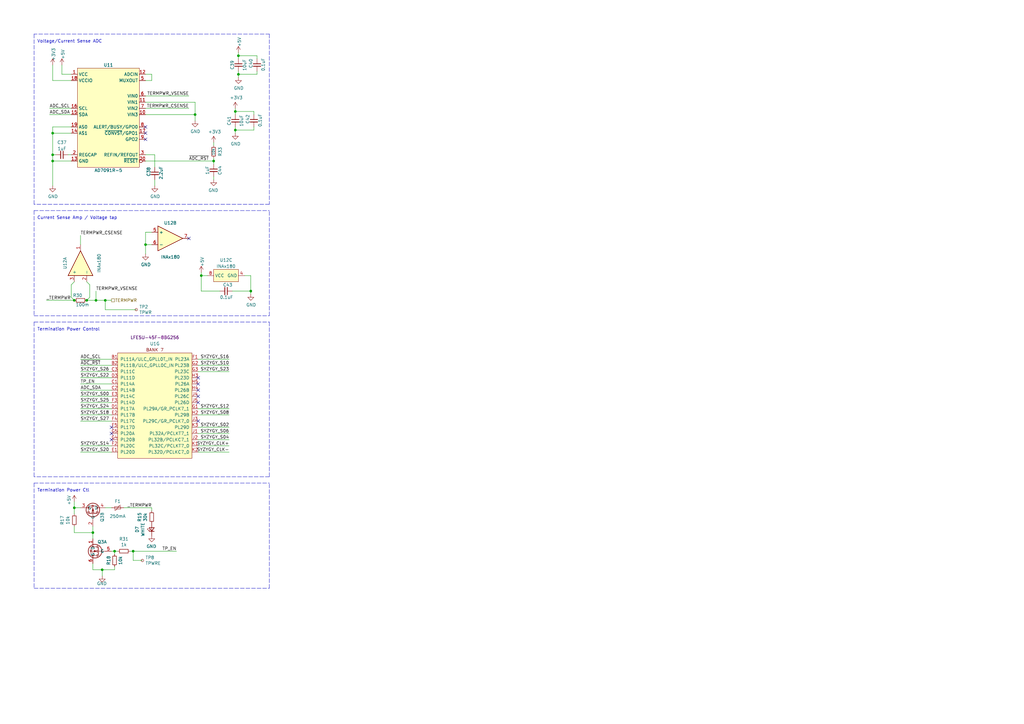
<source format=kicad_sch>
(kicad_sch (version 20211123) (generator eeschema)
  (paper "A3")
  (title_block (title "Squishy - Multitool - Termination Power / Expansion") (date "2021-12-21") (rev "2") (company "Shrine Maiden Heavy Industries") (comment 1 "License:  CERN-OHL-S") (comment 2 "© 2020 Aki 'lethalbit' Van Ness, et. al.") (comment 3 "SCSI PHY Termination power managment and expansion header") (comment 4 "Squishy - SCSI multitool and gateware library"))
  (lib_symbols
    (symbol "Connector:TestPoint_Small" (pin_numbers hide) (pin_names (offset 0.762) hide)
      (property "Reference" "TP" (at 0 3.81 0))
      (property "Value" "TestPoint_Small" (at 0 2.032 0))
      (symbol "TestPoint_Small_1_1"
        (pin passive line (at 0 0 90) (length 0) (name "1") (number "1"))
      )
    )
    (symbol "Device:C_Small" (pin_numbers hide) (pin_names (offset 0.254) hide)
      (property "Reference" "C" (at 0.254 1.778 0))
      (property "Value" "C_Small" (at 0.254 -2.032 0))
      (symbol "C_Small_1_1"
        (pin passive line (at 0 2.54 270) (length 2.032) (name "~") (number "1"))
        (pin passive line (at 0 -2.54 90) (length 2.032) (name "~") (number "2"))
      )
    )
    (symbol "Device:LED_Small" (pin_numbers hide) (pin_names (offset 0.254) hide)
      (property "Reference" "D" (at -1.27 3.175 0))
      (property "Value" "LED_Small" (at -4.445 -2.54 0))
      (symbol "LED_Small_1_1"
        (pin passive line (at -2.54 0 0) (length 1.778) (name "K") (number "1"))
        (pin passive line (at 2.54 0 180) (length 1.778) (name "A") (number "2"))
      )
    )
    (symbol "Device:Polyfuse_Small" (pin_numbers hide) (pin_names (offset 0))
      (property "Reference" "F" (at -1.905 0 90))
      (property "Value" "Polyfuse_Small" (at 1.905 0 90))
      (symbol "Polyfuse_Small_1_1"
        (pin passive line (at 0 2.54 270) (length 0.635) (name "~") (number "1"))
        (pin passive line (at 0 -2.54 90) (length 0.635) (name "~") (number "2"))
      )
    )
    (symbol "Device:R_Small" (pin_numbers hide) (pin_names (offset 0.254) hide)
      (property "Reference" "R" (at 0.762 0.508 0))
      (property "Value" "R_Small" (at 0.762 -1.016 0))
      (symbol "R_Small_1_1"
        (pin passive line (at 0 2.54 270) (length 0.762) (name "~") (number "1"))
        (pin passive line (at 0 -2.54 90) (length 0.762) (name "~") (number "2"))
      )
    )
    (symbol "lethalbit:AD7091R-5"
      (property "Reference" "U" (at 0 22.86 0))
      (property "Value" "AD7091R-5" (at 0 -20.32 0))
      (symbol "AD7091R-5_1_1"
        (pin power_in line (at -15.24 19.05 0) (length 2.54) (name "VCC") (number "1"))
        (pin input line (at 15.24 2.54 180) (length 2.54) (name "VIN3") (number "10"))
        (pin input line (at 15.24 7.62 180) (length 2.54) (name "VIN1") (number "11"))
        (pin input line (at 15.24 19.05 180) (length 2.54) (name "ADCIN") (number "12"))
        (pin power_in line (at -15.24 -16.51 0) (length 2.54) (name "GND") (number "13"))
        (pin passive line (at -15.24 -5.08 0) (length 2.54) (name "AS1") (number "14"))
        (pin bidirectional line (at -15.24 2.54 0) (length 2.54) (name "SDA") (number "15"))
        (pin input line (at -15.24 5.08 0) (length 2.54) (name "SCL") (number "16"))
        (pin passive line (at 15.24 -5.08 180) (length 2.54) (name "~{CONVST}/GPO1") (number "17"))
        (pin power_in line (at -15.24 16.51 0) (length 2.54) (name "VCCIO") (number "18"))
        (pin passive line (at -15.24 -2.54 0) (length 2.54) (name "AS0") (number "19"))
        (pin passive line (at -15.24 -13.97 0) (length 2.54) (name "REGCAP") (number "2"))
        (pin input inverted (at 15.24 -16.51 180) (length 2.54) (name "~{RESET}") (number "20"))
        (pin passive line (at -15.24 -16.51 0) (length 2.54) hide (name "GND") (number "21"))
        (pin bidirectional line (at 15.24 -13.97 180) (length 2.54) (name "REFIN/REFOUT") (number "3"))
        (pin passive line (at -15.24 -16.51 0) (length 2.54) hide (name "GND") (number "4"))
        (pin output line (at 15.24 16.51 180) (length 2.54) (name "MUXOUT") (number "5"))
        (pin input line (at 15.24 10.16 180) (length 2.54) (name "VIN0") (number "6"))
        (pin input line (at 15.24 5.08 180) (length 2.54) (name "VIN2") (number "7"))
        (pin passive line (at 15.24 -2.54 180) (length 2.54) (name "ALERT/BUSY/GPO0") (number "8"))
        (pin passive line (at 15.24 -7.62 180) (length 2.54) (name "GPO2") (number "9"))
      )
    )
    (symbol "lethalbit:INAx180"
      (property "Reference" "U" (at 0 6.35 0))
      (property "Value" "INAx180" (at 0 -7.62 0))
      (property "MPN" "INA2180A3IDSGR" (at 0 0 0))
      (symbol "INAx180_1_1"
        (pin output line (at 7.62 0 180) (length 2.54) (name "~") (number "1"))
        (pin input line (at -7.62 -2.54 0) (length 2.54) (name "-") (number "2"))
        (pin input line (at -7.62 2.54 0) (length 2.54) (name "+") (number "3"))
      )
      (symbol "INAx180_2_1"
        (pin input line (at -7.62 2.54 0) (length 2.54) (name "+") (number "5"))
        (pin input line (at -7.62 -2.54 0) (length 2.54) (name "-") (number "6"))
        (pin output line (at 7.62 0 180) (length 2.54) (name "~") (number "7"))
      )
      (symbol "INAx180_3_1"
        (pin power_in line (at 7.62 0 180) (length 2.54) (name "GND") (number "4"))
        (pin power_in line (at -7.62 0 0) (length 2.54) (name "VCC") (number "8"))
        (pin passive line (at 7.62 0 180) (length 2.54) hide (name "GND") (number "9"))
      )
    )
    (symbol "lethalbit:LFE5U-45F-8BG381" (pin_names (offset 1.016))
      (property "Reference" "U" (at 0 6.35 0))
      (property "Value" "LFE5U-45F-8BG381" (at 0 8.89 0))
      (property "MPN" "LFE5U-45F-8BG381" (at 0 8.89 0))
      (symbol "LFE5U-45F-8BG381_1_0"
        (text "PWR" (at 0 3.81 0) (effects (font (size 1.27 1.27))))
      )
      (symbol "LFE5U-45F-8BG381_1_1"
        (pin passive line (at -16.51 -15.24 0) (length 2.54) hide (name "GND") (number "A1"))
        (pin passive line (at -16.51 -15.24 0) (length 2.54) (name "GND") (number "A16"))
        (pin passive line (at -16.51 -15.24 0) (length 2.54) hide (name "GND") (number "D15"))
        (pin passive line (at -16.51 -15.24 0) (length 2.54) hide (name "GND") (number "D2"))
        (pin power_in line (at 15.24 -2.54 180) (length 2.54) (name "VCCIO1") (number "F10"))
        (pin passive line (at 15.24 -2.54 180) (length 2.54) hide (name "VCCIO1") (number "F11"))
        (pin power_in line (at 15.24 0 180) (length 2.54) (name "VCCIO0") (number "F6"))
        (pin passive line (at 15.24 0 180) (length 2.54) hide (name "VCCIO0") (number "F7"))
        (pin passive line (at -16.51 -15.24 0) (length 2.54) hide (name "GND") (number "F8"))
        (pin passive line (at -16.51 -15.24 0) (length 2.54) hide (name "GND") (number "F9"))
        (pin passive line (at -16.51 -15.24 0) (length 2.54) hide (name "GND") (number "G10"))
        (pin power_in line (at -16.51 -2.54 0) (length 2.54) (name "VCCAUX") (number "G11"))
        (pin passive line (at -16.51 0 0) (length 2.54) hide (name "VCC") (number "G6"))
        (pin passive line (at -16.51 0 0) (length 2.54) hide (name "VCC") (number "G7"))
        (pin passive line (at -16.51 -15.24 0) (length 2.54) hide (name "GND") (number "G8"))
        (pin passive line (at -16.51 0 0) (length 2.54) hide (name "VCC") (number "G9"))
        (pin passive line (at -16.51 -15.24 0) (length 2.54) hide (name "GND") (number "H1"))
        (pin passive line (at -16.51 -15.24 0) (length 2.54) hide (name "GND") (number "H10"))
        (pin power_in line (at 15.24 -5.08 180) (length 2.54) (name "VCCIO2") (number "H11"))
        (pin passive line (at -16.51 -15.24 0) (length 2.54) hide (name "GND") (number "H16"))
        (pin passive line (at 15.24 -12.7 180) (length 2.54) hide (name "VCCIO7") (number "H6"))
        (pin power_in line (at 15.24 -12.7 180) (length 2.54) (name "VCCIO7") (number "H7"))
        (pin passive line (at -16.51 -15.24 0) (length 2.54) hide (name "GND") (number "H8"))
        (pin passive line (at -16.51 -15.24 0) (length 2.54) hide (name "GND") (number "H9"))
        (pin passive line (at -16.51 -15.24 0) (length 2.54) hide (name "GND") (number "J10"))
        (pin passive line (at 15.24 -5.08 180) (length 2.54) hide (name "VCCIO2") (number "J11"))
        (pin passive line (at 15.24 -10.16 180) (length 2.54) hide (name "VCCIO6") (number "J6"))
        (pin power_in line (at 15.24 -10.16 180) (length 2.54) (name "VCCIO6") (number "J7"))
        (pin passive line (at -16.51 -15.24 0) (length 2.54) hide (name "GND") (number "J8"))
        (pin passive line (at -16.51 -15.24 0) (length 2.54) hide (name "GND") (number "J9"))
        (pin passive line (at -16.51 -15.24 0) (length 2.54) hide (name "GND") (number "K10"))
        (pin power_in line (at 15.24 -7.62 180) (length 2.54) (name "VCCIO3") (number "K11"))
        (pin passive line (at -16.51 -15.24 0) (length 2.54) hide (name "GND") (number "K6"))
        (pin passive line (at -16.51 -15.24 0) (length 2.54) hide (name "GND") (number "K7"))
        (pin passive line (at -16.51 -15.24 0) (length 2.54) hide (name "GND") (number "K8"))
        (pin passive line (at -16.51 -15.24 0) (length 2.54) hide (name "GND") (number "K9"))
        (pin power_in line (at -16.51 0 0) (length 2.54) (name "VCC") (number "L10"))
        (pin passive line (at 15.24 -7.62 180) (length 2.54) hide (name "VCCIO3") (number "L11"))
        (pin power_in line (at 15.24 -15.24 180) (length 2.54) (name "VCCIO8") (number "L6"))
        (pin passive line (at -16.51 -2.54 0) (length 2.54) hide (name "VCCAUX") (number "L7"))
        (pin passive line (at -16.51 0 0) (length 2.54) hide (name "VCC") (number "L8"))
        (pin passive line (at -16.51 0 0) (length 2.54) hide (name "VCC") (number "L9"))
        (pin passive line (at -16.51 -15.24 0) (length 2.54) hide (name "GND") (number "N15"))
        (pin passive line (at -16.51 -15.24 0) (length 2.54) hide (name "GND") (number "N2"))
        (pin passive line (at -16.51 -15.24 0) (length 2.54) hide (name "GND") (number "T1"))
        (pin passive line (at -16.51 -15.24 0) (length 2.54) hide (name "GND") (number "T12"))
        (pin passive line (at -16.51 -15.24 0) (length 2.54) hide (name "GND") (number "T16"))
        (pin passive line (at -16.51 -15.24 0) (length 2.54) hide (name "GND") (number "T5"))
      )
      (symbol "LFE5U-45F-8BG381_2_0"
        (text "BANK 0" (at 0 3.81 0) (effects (font (size 1.27 1.27))))
      )
      (symbol "LFE5U-45F-8BG381_2_1"
        (pin bidirectional line (at 17.78 -20.32 180) (length 2.54) (name "PT4A/ULC_GPLL1T_IN") (number "A2"))
        (pin bidirectional line (at 17.78 -25.4 180) (length 2.54) (name "PT6A") (number "A3"))
        (pin bidirectional line (at 17.78 -27.94 180) (length 2.54) (name "PT6B") (number "A4"))
        (pin bidirectional line (at -17.78 -20.32 0) (length 2.54) (name "PT18A") (number "A5"))
        (pin bidirectional line (at -17.78 -22.86 0) (length 2.54) (name "PT18B") (number "A6"))
        (pin bidirectional line (at -17.78 -5.08 0) (length 2.54) (name "PT38A/PCLKT0_0") (number "A7"))
        (pin bidirectional line (at -17.78 -7.62 0) (length 2.54) (name "PT38B/PCLKC0_0") (number "A8"))
        (pin bidirectional line (at 17.78 -22.86 180) (length 2.54) (name "PT4B/ULC_GPLL1C_IN") (number "B3"))
        (pin bidirectional line (at 17.78 -17.78 180) (length 2.54) (name "PT11B") (number "B4"))
        (pin bidirectional line (at 17.78 -7.62 180) (length 2.54) (name "PT15B") (number "B5"))
        (pin bidirectional line (at -17.78 -12.7 0) (length 2.54) (name "PT31B") (number "B6"))
        (pin bidirectional line (at -17.78 -2.54 0) (length 2.54) (name "PT36B/PCLKC0_1") (number "B7"))
        (pin bidirectional line (at 17.78 -15.24 180) (length 2.54) (name "PT11A") (number "C4"))
        (pin bidirectional line (at 17.78 -5.08 180) (length 2.54) (name "PT15A") (number "C5"))
        (pin bidirectional line (at -17.78 -10.16 0) (length 2.54) (name "PT31A") (number "C6"))
        (pin bidirectional line (at -17.78 0 0) (length 2.54) (name "PT36A/PCLKT0_1") (number "C7"))
        (pin bidirectional line (at 17.78 -12.7 180) (length 2.54) (name "PT9B") (number "D4"))
        (pin bidirectional line (at 17.78 -2.54 180) (length 2.54) (name "PT13B") (number "D5"))
        (pin bidirectional line (at -17.78 -27.94 0) (length 2.54) (name "PT20B") (number "D6"))
        (pin bidirectional line (at -17.78 -17.78 0) (length 2.54) (name "PT33B/GR_PCLK0_0") (number "D7"))
        (pin bidirectional line (at 17.78 -10.16 180) (length 2.54) (name "PT9A") (number "E4"))
        (pin bidirectional line (at 17.78 0 180) (length 2.54) (name "PT13A") (number "E5"))
        (pin bidirectional line (at -17.78 -25.4 0) (length 2.54) (name "PT20A") (number "E6"))
        (pin bidirectional line (at -17.78 -15.24 0) (length 2.54) (name "PT33A/GR_PCLK0_1") (number "E7"))
      )
      (symbol "LFE5U-45F-8BG381_3_0"
        (text "BANK 1" (at 0 3.81 0) (effects (font (size 1.27 1.27))))
      )
      (symbol "LFE5U-45F-8BG381_3_1"
        (pin bidirectional line (at 19.05 -12.7 180) (length 2.54) (name "PT51B") (number "A10"))
        (pin bidirectional line (at -19.05 -35.56 0) (length 2.54) (name "PT71A") (number "A11"))
        (pin bidirectional line (at -19.05 -38.1 0) (length 2.54) (name "PT71B") (number "A12"))
        (pin bidirectional line (at -19.05 0 0) (length 2.54) (name "PT83A") (number "A13"))
        (pin bidirectional line (at -19.05 -2.54 0) (length 2.54) (name "PT83B") (number "A14"))
        (pin bidirectional line (at -19.05 -7.62 0) (length 2.54) (name "PT85B/URC_GPLL1C_IN") (number "A15"))
        (pin bidirectional line (at 19.05 -10.16 180) (length 2.54) (name "PT51A") (number "A9"))
        (pin bidirectional line (at 19.05 -15.24 180) (length 2.54) (name "PT53A") (number "B10"))
        (pin bidirectional line (at 19.05 -5.08 180) (length 2.54) (name "PT58A") (number "B11"))
        (pin bidirectional line (at -19.05 -20.32 0) (length 2.54) (name "PT74A") (number "B12"))
        (pin bidirectional line (at -19.05 -10.16 0) (length 2.54) (name "PT78A") (number "B13"))
        (pin bidirectional line (at -19.05 -5.08 0) (length 2.54) (name "PT85A/URC_GPLL1T_IN") (number "B14"))
        (pin bidirectional line (at 19.05 -38.1 180) (length 2.54) (name "PT44B/PCLKC1_0") (number "B8"))
        (pin bidirectional line (at 19.05 -20.32 180) (length 2.54) (name "PT47A/GR_PCLK1_0") (number "B9"))
        (pin bidirectional line (at 19.05 -17.78 180) (length 2.54) (name "PT53B") (number "C10"))
        (pin bidirectional line (at 19.05 -7.62 180) (length 2.54) (name "PT58B") (number "C11"))
        (pin bidirectional line (at -19.05 -22.86 0) (length 2.54) (name "PT74B") (number "C12"))
        (pin bidirectional line (at -19.05 -12.7 0) (length 2.54) (name "PT78B") (number "C13"))
        (pin bidirectional line (at 19.05 -35.56 180) (length 2.54) (name "PT44A/PCLKT1_0") (number "C8"))
        (pin bidirectional line (at 19.05 -22.86 180) (length 2.54) (name "PT47B/GR_PCLK1_1") (number "C9"))
        (pin bidirectional line (at 19.05 0 180) (length 2.54) (name "PT56A") (number "D10"))
        (pin bidirectional line (at -19.05 -30.48 0) (length 2.54) (name "PT69A") (number "D11"))
        (pin bidirectional line (at -19.05 -25.4 0) (length 2.54) (name "PT76A") (number "D12"))
        (pin bidirectional line (at -19.05 -15.24 0) (length 2.54) (name "PT80A") (number "D13"))
        (pin bidirectional line (at 19.05 -33.02 180) (length 2.54) (name "PT42B/PCLKC1_1") (number "D8"))
        (pin bidirectional line (at 19.05 -25.4 180) (length 2.54) (name "PT49A") (number "D9"))
        (pin bidirectional line (at 19.05 -2.54 180) (length 2.54) (name "PT56B") (number "E10"))
        (pin bidirectional line (at -19.05 -33.02 0) (length 2.54) (name "PT69B") (number "E11"))
        (pin bidirectional line (at -19.05 -27.94 0) (length 2.54) (name "PT76B") (number "E12"))
        (pin bidirectional line (at -19.05 -17.78 0) (length 2.54) (name "PT80B") (number "E13"))
        (pin bidirectional line (at 19.05 -30.48 180) (length 2.54) (name "PT42A/PCLKT1_1") (number "E8"))
        (pin bidirectional line (at 19.05 -27.94 180) (length 2.54) (name "PT49B") (number "E9"))
      )
      (symbol "LFE5U-45F-8BG381_4_0"
        (text "BANK 2" (at 0 3.81 0) (effects (font (size 1.27 1.27))))
      )
      (symbol "LFE5U-45F-8BG381_4_1"
        (pin bidirectional line (at 19.05 -35.56 180) (length 2.54) (name "PR11B/URC_GPLL0C_IN") (number "B15"))
        (pin bidirectional line (at 19.05 -30.48 180) (length 2.54) (name "PR11A/URC_GPLL0T_IN") (number "B16"))
        (pin bidirectional line (at 19.05 -33.02 180) (length 2.54) (name "PR11C") (number "C14"))
        (pin bidirectional line (at 19.05 -22.86 180) (length 2.54) (name "PR14B") (number "C15"))
        (pin bidirectional line (at 19.05 -20.32 180) (length 2.54) (name "PR14A") (number "C16"))
        (pin bidirectional line (at 19.05 -38.1 180) (length 2.54) (name "PR11D") (number "D14"))
        (pin bidirectional line (at 19.05 -10.16 180) (length 2.54) (name "PR17A") (number "D16"))
        (pin bidirectional line (at 19.05 -25.4 180) (length 2.54) (name "PR14C") (number "E14"))
        (pin bidirectional line (at 19.05 -12.7 180) (length 2.54) (name "PR17B") (number "E15"))
        (pin bidirectional line (at 19.05 -7.62 180) (length 2.54) (name "PR20D") (number "E16"))
        (pin bidirectional line (at 19.05 -17.78 180) (length 2.54) (name "PR17D") (number "F12"))
        (pin bidirectional line (at 19.05 -15.24 180) (length 2.54) (name "PR17C") (number "F13"))
        (pin bidirectional line (at 19.05 -27.94 180) (length 2.54) (name "PR14D") (number "F14"))
        (pin bidirectional line (at 19.05 -5.08 180) (length 2.54) (name "PR20C") (number "F15"))
        (pin bidirectional line (at -19.05 -30.48 0) (length 2.54) (name "PR23A") (number "F16"))
        (pin bidirectional line (at 19.05 0 180) (length 2.54) (name "PR20A") (number "G12"))
        (pin bidirectional line (at 19.05 -2.54 180) (length 2.54) (name "PR20B") (number "G13"))
        (pin bidirectional line (at -19.05 -35.56 0) (length 2.54) (name "PR23C") (number "G14"))
        (pin bidirectional line (at -19.05 -33.02 0) (length 2.54) (name "PR23B") (number "G15"))
        (pin bidirectional line (at -19.05 -10.16 0) (length 2.54) (name "PR29A/GR_PCLK2_1") (number "G16"))
        (pin bidirectional line (at -19.05 -20.32 0) (length 2.54) (name "PR26A") (number "H12"))
        (pin bidirectional line (at -19.05 -22.86 0) (length 2.54) (name "PR26B") (number "H13"))
        (pin bidirectional line (at -19.05 -38.1 0) (length 2.54) (name "PR23D") (number "H14"))
        (pin bidirectional line (at -19.05 -12.7 0) (length 2.54) (name "PR29B") (number "H15"))
        (pin bidirectional line (at -19.05 -27.94 0) (length 2.54) (name "PR26D") (number "J12"))
        (pin bidirectional line (at -19.05 -25.4 0) (length 2.54) (name "PR26C") (number "J13"))
        (pin bidirectional line (at -19.05 -15.24 0) (length 2.54) (name "PR29C/GR_PCLK2_0") (number "J14"))
        (pin bidirectional line (at -19.05 -2.54 0) (length 2.54) (name "PR32B/PCLKC2_1") (number "J15"))
        (pin bidirectional line (at -19.05 0 0) (length 2.54) (name "PR32A/PCLKT2_1") (number "J16"))
        (pin bidirectional line (at -19.05 -17.78 0) (length 2.54) (name "PR29D") (number "K14"))
        (pin bidirectional line (at -19.05 -7.62 0) (length 2.54) (name "PR32D/PCLKC2_0") (number "K15"))
        (pin bidirectional line (at -19.05 -5.08 0) (length 2.54) (name "PR32C/PCLKT2_0") (number "K16"))
      )
      (symbol "LFE5U-45F-8BG381_5_0"
        (text "BANK 3" (at 0 3.81 0) (effects (font (size 1.27 1.27))))
      )
      (symbol "LFE5U-45F-8BG381_5_1"
        (pin bidirectional line (at 17.78 -22.86 180) (length 2.54) (name "PR38B") (number "K12"))
        (pin bidirectional line (at 17.78 -20.32 180) (length 2.54) (name "PR38A/GR_PCLK3_0") (number "K13"))
        (pin bidirectional line (at 17.78 -27.94 180) (length 2.54) (name "PR38D") (number "L12"))
        (pin bidirectional line (at 17.78 -25.4 180) (length 2.54) (name "PR38C/GR_PCLK3_1") (number "L13"))
        (pin bidirectional line (at 17.78 -15.24 180) (length 2.54) (name "PR41C") (number "L14"))
        (pin bidirectional line (at 17.78 -33.02 180) (length 2.54) (name "PR35B/PCLKC3_1") (number "L15"))
        (pin bidirectional line (at 17.78 -30.48 180) (length 2.54) (name "PR35A/PCLKT3_1") (number "L16"))
        (pin bidirectional line (at -17.78 0 0) (length 2.54) (name "PR68A") (number "M11"))
        (pin bidirectional line (at -17.78 -15.24 0) (length 2.54) (name "PR65C") (number "M12"))
        (pin bidirectional line (at 17.78 -5.08 180) (length 2.54) (name "PR44C") (number "M13"))
        (pin bidirectional line (at 17.78 -17.78 180) (length 2.54) (name "PR41D") (number "M14"))
        (pin bidirectional line (at 17.78 -38.1 180) (length 2.54) (name "PR35D/PCLKC3_0") (number "M15"))
        (pin bidirectional line (at 17.78 -35.56 180) (length 2.54) (name "PR35C/PCLKT3_0") (number "M16"))
        (pin bidirectional line (at -17.78 -2.54 0) (length 2.54) (name "PR68B") (number "N11"))
        (pin bidirectional line (at -17.78 -17.78 0) (length 2.54) (name "PR65D") (number "N12"))
        (pin bidirectional line (at -17.78 -30.48 0) (length 2.54) (name "PR59A") (number "N13"))
        (pin bidirectional line (at 17.78 -7.62 180) (length 2.54) (name "PR44D") (number "N14"))
        (pin bidirectional line (at 17.78 -10.16 180) (length 2.54) (name "PR41A") (number "N16"))
        (pin bidirectional line (at -17.78 -5.08 0) (length 2.54) (name "PR68C/LRC_GPLL0T_IN") (number "P11"))
        (pin bidirectional line (at -17.78 -7.62 0) (length 2.54) (name "PR68D/LRC_GPLL0C_IN") (number "P12"))
        (pin bidirectional line (at -17.78 -20.32 0) (length 2.54) (name "PR62A") (number "P13"))
        (pin bidirectional line (at -17.78 -33.02 0) (length 2.54) (name "PR59B") (number "P14"))
        (pin bidirectional line (at 17.78 -12.7 180) (length 2.54) (name "PR41B") (number "P15"))
        (pin bidirectional line (at 17.78 0 180) (length 2.54) (name "PR44A") (number "P16"))
        (pin bidirectional line (at -17.78 -10.16 0) (length 2.54) (name "PR65A") (number "R12"))
        (pin bidirectional line (at -17.78 -25.4 0) (length 2.54) (name "PR62C") (number "R13"))
        (pin bidirectional line (at -17.78 -22.86 0) (length 2.54) (name "PR62B") (number "R14"))
        (pin bidirectional line (at -17.78 -35.56 0) (length 2.54) (name "PR59C") (number "R15"))
        (pin bidirectional line (at 17.78 -2.54 180) (length 2.54) (name "PR44B") (number "R16"))
        (pin bidirectional line (at -17.78 -12.7 0) (length 2.54) (name "PR65B") (number "T13"))
        (pin bidirectional line (at -17.78 -27.94 0) (length 2.54) (name "PR62D") (number "T14"))
        (pin bidirectional line (at -17.78 -38.1 0) (length 2.54) (name "PR59D") (number "T15"))
      )
      (symbol "LFE5U-45F-8BG381_6_1"
        (text "BANK 6" (at 0 3.81 0) (effects (font (size 1.27 1.27))))
        (pin bidirectional line (at -17.78 -10.16 0) (length 2.54) (name "PL38A/GR_PCLK6_0") (number "K4"))
        (pin bidirectional line (at -17.78 -12.7 0) (length 2.54) (name "PL38B") (number "K5"))
        (pin bidirectional line (at -17.78 0 0) (length 2.54) (name "PL35A/PCLKT6_1") (number "L1"))
        (pin bidirectional line (at -17.78 -2.54 0) (length 2.54) (name "PL35B/PCLKC6_1") (number "L2"))
        (pin bidirectional line (at -17.78 -25.4 0) (length 2.54) (name "PL41C") (number "L3"))
        (pin bidirectional line (at -17.78 -15.24 0) (length 2.54) (name "PL38C/GR_PCLK6_1") (number "L4"))
        (pin bidirectional line (at -17.78 -17.78 0) (length 2.54) (name "PL38D") (number "L5"))
        (pin bidirectional line (at -17.78 -5.08 0) (length 2.54) (name "PL35C/PCLKT6_0") (number "M1"))
        (pin bidirectional line (at -17.78 -7.62 0) (length 2.54) (name "PL35D/PCLKC6_0") (number "M2"))
        (pin bidirectional line (at -17.78 -27.94 0) (length 2.54) (name "PL41D") (number "M3"))
        (pin bidirectional line (at -17.78 -35.56 0) (length 2.54) (name "PL44C") (number "M4"))
        (pin bidirectional line (at 17.78 -25.4 180) (length 2.54) (name "PL65C") (number "M5"))
        (pin bidirectional line (at 17.78 -30.48 180) (length 2.54) (name "PL68A") (number "M6"))
        (pin bidirectional line (at -17.78 -20.32 0) (length 2.54) (name "PL41A") (number "N1"))
        (pin bidirectional line (at -17.78 -38.1 0) (length 2.54) (name "PL44D") (number "N3"))
        (pin bidirectional line (at 17.78 0 180) (length 2.54) (name "PL59A") (number "N4"))
        (pin bidirectional line (at 17.78 -27.94 180) (length 2.54) (name "PL65D") (number "N5"))
        (pin bidirectional line (at 17.78 -33.02 180) (length 2.54) (name "PL68B") (number "N6"))
        (pin bidirectional line (at -17.78 -30.48 0) (length 2.54) (name "PL44A") (number "P1"))
        (pin bidirectional line (at -17.78 -22.86 0) (length 2.54) (name "PL41B") (number "P2"))
        (pin bidirectional line (at 17.78 -2.54 180) (length 2.54) (name "PL59B") (number "P3"))
        (pin bidirectional line (at 17.78 -10.16 180) (length 2.54) (name "PL62A") (number "P4"))
        (pin bidirectional line (at 17.78 -38.1 180) (length 2.54) (name "PL68D/LLC_GPLL0C_IN") (number "P5"))
        (pin bidirectional line (at 17.78 -35.56 180) (length 2.54) (name "PL68C/LLC_GPLL0T_IN") (number "P6"))
        (pin bidirectional line (at -17.78 -33.02 0) (length 2.54) (name "PL44B") (number "R1"))
        (pin bidirectional line (at 17.78 -5.08 180) (length 2.54) (name "PL59C") (number "R2"))
        (pin bidirectional line (at 17.78 -12.7 180) (length 2.54) (name "PL62B") (number "R3"))
        (pin bidirectional line (at 17.78 -15.24 180) (length 2.54) (name "PL62C") (number "R4"))
        (pin bidirectional line (at 17.78 -20.32 180) (length 2.54) (name "PL65A") (number "R5"))
        (pin bidirectional line (at 17.78 -7.62 180) (length 2.54) (name "PL59D") (number "T2"))
        (pin bidirectional line (at 17.78 -17.78 180) (length 2.54) (name "PL62D") (number "T3"))
        (pin bidirectional line (at 17.78 -22.86 180) (length 2.54) (name "PL65B") (number "T4"))
      )
      (symbol "LFE5U-45F-8BG381_7_0"
        (text "BANK 7" (at 0 3.81 0) (effects (font (size 1.27 1.27))))
      )
      (symbol "LFE5U-45F-8BG381_7_1"
        (pin bidirectional line (at -17.78 0 0) (length 2.54) (name "PL11A/ULC_GPLL0T_IN") (number "B1"))
        (pin bidirectional line (at -17.78 -2.54 0) (length 2.54) (name "PL11B/ULC_GPLL0C_IN") (number "B2"))
        (pin bidirectional line (at -17.78 -10.16 0) (length 2.54) (name "PL14A") (number "C1"))
        (pin bidirectional line (at -17.78 -12.7 0) (length 2.54) (name "PL14B") (number "C2"))
        (pin bidirectional line (at -17.78 -5.08 0) (length 2.54) (name "PL11C") (number "C3"))
        (pin bidirectional line (at -17.78 -20.32 0) (length 2.54) (name "PL17A") (number "D1"))
        (pin bidirectional line (at -17.78 -7.62 0) (length 2.54) (name "PL11D") (number "D3"))
        (pin bidirectional line (at -17.78 -38.1 0) (length 2.54) (name "PL20D") (number "E1"))
        (pin bidirectional line (at -17.78 -22.86 0) (length 2.54) (name "PL17B") (number "E2"))
        (pin bidirectional line (at -17.78 -15.24 0) (length 2.54) (name "PL14C") (number "E3"))
        (pin bidirectional line (at 17.78 0 180) (length 2.54) (name "PL23A") (number "F1"))
        (pin bidirectional line (at -17.78 -35.56 0) (length 2.54) (name "PL20C") (number "F2"))
        (pin bidirectional line (at -17.78 -17.78 0) (length 2.54) (name "PL14D") (number "F3"))
        (pin bidirectional line (at -17.78 -25.4 0) (length 2.54) (name "PL17C") (number "F4"))
        (pin bidirectional line (at -17.78 -27.94 0) (length 2.54) (name "PL17D") (number "F5"))
        (pin bidirectional line (at 17.78 -20.32 180) (length 2.54) (name "PL29A/GR_PCLK7_1") (number "G1"))
        (pin bidirectional line (at 17.78 -2.54 180) (length 2.54) (name "PL23B") (number "G2"))
        (pin bidirectional line (at 17.78 -5.08 180) (length 2.54) (name "PL23C") (number "G3"))
        (pin bidirectional line (at -17.78 -33.02 0) (length 2.54) (name "PL20B") (number "G4"))
        (pin bidirectional line (at -17.78 -30.48 0) (length 2.54) (name "PL20A") (number "G5"))
        (pin bidirectional line (at 17.78 -22.86 180) (length 2.54) (name "PL29B") (number "H2"))
        (pin bidirectional line (at 17.78 -7.62 180) (length 2.54) (name "PL23D") (number "H3"))
        (pin bidirectional line (at 17.78 -12.7 180) (length 2.54) (name "PL26B") (number "H4"))
        (pin bidirectional line (at 17.78 -10.16 180) (length 2.54) (name "PL26A") (number "H5"))
        (pin bidirectional line (at 17.78 -30.48 180) (length 2.54) (name "PL32A/PCLKT7_1") (number "J1"))
        (pin bidirectional line (at 17.78 -33.02 180) (length 2.54) (name "PL32B/PCLKC7_1") (number "J2"))
        (pin bidirectional line (at 17.78 -25.4 180) (length 2.54) (name "PL29C/GR_PCLK7_0") (number "J3"))
        (pin bidirectional line (at 17.78 -15.24 180) (length 2.54) (name "PL26C") (number "J4"))
        (pin bidirectional line (at 17.78 -17.78 180) (length 2.54) (name "PL26D") (number "J5"))
        (pin bidirectional line (at 17.78 -35.56 180) (length 2.54) (name "PL32C/PCLKT7_0") (number "K1"))
        (pin bidirectional line (at 17.78 -38.1 180) (length 2.54) (name "PL32D/PCLKC7_0") (number "K2"))
        (pin bidirectional line (at 17.78 -27.94 180) (length 2.54) (name "PL29D") (number "K3"))
      )
      (symbol "LFE5U-45F-8BG381_8_0"
        (text "BANK 40" (at 17.78 -25.4 900) (effects (font (size 1.27 1.27))))
        (text "BANK 8/40" (at 0 3.81 0) (effects (font (size 1.27 1.27))))
      )
      (symbol "LFE5U-45F-8BG381_8_1"
        (pin bidirectional line (at 27.94 -21.59 180) (length 2.54) (name "TDO") (number "M10"))
        (pin bidirectional line (at -25.4 -11.43 0) (length 2.54) (name "PB9B/D2/IO2") (number "M7"))
        (pin bidirectional line (at -25.4 -26.67 0) (length 2.54) (name "PB15B/DOUT/~{CSO}") (number "M8"))
        (pin bidirectional line (at -25.4 -29.21 0) (length 2.54) (name "PB18A/~{WRITE}") (number "M9"))
        (pin bidirectional line (at 27.94 -11.43 180) (length 2.54) (name "CFG_0") (number "N10"))
        (pin bidirectional line (at -25.4 -8.89 0) (length 2.54) (name "PB9A/D3/IO3") (number "N7"))
        (pin bidirectional line (at -25.4 -24.13 0) (length 2.54) (name "PB15A/~{HOLD}/DI/BUSY/~{CSSPI}/~{CE}") (number "N8"))
        (pin bidirectional line (at 27.94 -1.27 180) (length 2.54) (name "CCLK") (number "N9"))
        (pin bidirectional line (at 27.94 -13.97 180) (length 2.54) (name "CFG_1") (number "P10"))
        (pin bidirectional line (at -25.4 -6.35 0) (length 2.54) (name "PB6B/D4/COPI2/IO4") (number "P7"))
        (pin bidirectional line (at -25.4 -21.59 0) (length 2.54) (name "PB13B/~{CS1}") (number "P8"))
        (pin bidirectional line (at 27.94 -6.35 180) (length 2.54) (name "DONE") (number "P9"))
        (pin bidirectional line (at 27.94 -16.51 180) (length 2.54) (name "CFG_2") (number "R10"))
        (pin bidirectional line (at 27.94 -26.67 180) (length 2.54) (name "TDI") (number "R11"))
        (pin bidirectional line (at -25.4 -1.27 0) (length 2.54) (name "PB4B/D6/IO6") (number "R6"))
        (pin bidirectional line (at -25.4 -3.81 0) (length 2.54) (name "PB6A/D5/CIPO2/IO5") (number "R7"))
        (pin bidirectional line (at -25.4 -19.05 0) (length 2.54) (name "PB13A/SN/~{CS}") (number "R8"))
        (pin bidirectional line (at 27.94 -3.81 180) (length 2.54) (name "~{PROGRAM}") (number "R9"))
        (pin bidirectional line (at 27.94 -24.13 180) (length 2.54) (name "TCK") (number "T10"))
        (pin bidirectional line (at 27.94 -29.21 180) (length 2.54) (name "TMS") (number "T11"))
        (pin bidirectional line (at -25.4 1.27 0) (length 2.54) (name "PB4A/D7/IO7") (number "T6"))
        (pin bidirectional line (at -25.4 -13.97 0) (length 2.54) (name "PB11A/D1/CIPO/IO1") (number "T7"))
        (pin bidirectional line (at -25.4 -16.51 0) (length 2.54) (name "PB11B/D0/COPI/IO0") (number "T8"))
        (pin bidirectional line (at 27.94 1.27 180) (length 2.54) (name "~{INIT}") (number "T9"))
      )
    )
    (symbol "lethalbit:Q_NMOS_PMOS_D1G2S2D2G1S1"
      (property "Reference" "Q" (at -3.81 3.81 0))
      (property "Value" "Q_NMOS_PMOS_D1G2S2D2G1S1" (at 3.81 0 90))
      (symbol "Q_NMOS_PMOS_D1G2S2D2G1S1_1_1"
        (pin passive line (at 0 5.08 270) (length 2.54) (name "D") (number "1"))
        (pin input line (at -7.62 0 0) (length 2.54) (name "G") (number "5"))
        (pin passive line (at 0 -5.08 90) (length 2.54) (name "S") (number "6"))
      )
      (symbol "Q_NMOS_PMOS_D1G2S2D2G1S1_2_1"
        (pin input line (at -7.62 0 0) (length 2.54) (name "G") (number "2"))
        (pin passive line (at 0 -5.08 90) (length 2.54) (name "S") (number "3"))
        (pin passive line (at 0 5.08 270) (length 2.54) (name "D") (number "4"))
      )
    )
    (symbol "power:+3V3" (power) (pin_names (offset 0))
      (property "Value" "+3V3" (at 0 3.556 0))
      (symbol "+3V3_1_1"
        (pin power_in line (at 0 0 90) (length 0) hide (name "+3V3") (number "1"))
      )
    )
    (symbol "power:+5V" (power) (pin_names (offset 0))
      (property "Value" "+5V" (at 0 3.556 0))
      (symbol "+5V_1_1"
        (pin power_in line (at 0 0 90) (length 0) hide (name "+5V") (number "1"))
      )
    )
    (symbol "power:GND" (power) (pin_names (offset 0))
      (property "Value" "GND" (at 0 -3.81 0))
      (symbol "GND_1_1"
        (pin power_in line (at 0 0 270) (length 0) hide (name "GND") (number "1"))
      )
    )
  )
  (junction (at 21.59 66.04))
  (junction (at 30.48 123.19))
  (junction (at 82.55 113.03))
  (junction (at 96.52 45.72))
  (junction (at 35.56 123.19))
  (junction (at 96.52 53.34))
  (junction (at 41.91 233.68))
  (junction (at 21.59 54.61))
  (junction (at 54.61 226.06))
  (junction (at 97.79 22.86))
  (junction (at 80.01 46.99))
  (junction (at 97.79 30.48))
  (junction (at 46.99 226.06))
  (junction (at 87.63 66.04))
  (junction (at 59.69 100.33))
  (junction (at 43.18 123.19))
  (junction (at 102.87 119.38))
  (junction (at 21.59 63.5))
  (junction (at 39.37 123.19))
  (junction (at 38.1 218.44))
  (junction (at 30.48 208.28))
  (no_connect (at 77.47 97.79))
  (no_connect (at 45.72 175.26))
  (no_connect (at 81.28 160.02))
  (no_connect (at 45.72 177.8))
  (no_connect (at 81.28 154.94))
  (no_connect (at 59.69 54.61))
  (no_connect (at 81.28 157.48))
  (no_connect (at 45.72 180.34))
  (no_connect (at 59.69 57.15))
  (no_connect (at 81.28 162.56))
  (no_connect (at 59.69 52.07))
  (no_connect (at 81.28 165.1))
  (no_connect (at 81.28 172.72))
  (wire (pts (xy 21.59 52.07) (xy 21.59 54.61)))
  (wire (pts (xy 59.69 41.91) (xy 80.01 41.91)))
  (wire (pts (xy 93.98 147.32) (xy 81.28 147.32)))
  (wire (pts (xy 59.69 66.04) (xy 87.63 66.04)))
  (wire (pts (xy 80.01 46.99) (xy 80.01 49.53)))
  (wire (pts (xy 80.01 41.91) (xy 80.01 46.99)))
  (wire (pts (xy 38.1 215.9) (xy 38.1 218.44)))
  (wire (pts (xy 93.98 167.64) (xy 81.28 167.64)))
  (wire (pts (xy 63.5 63.5) (xy 63.5 68.58)))
  (wire (pts (xy 27.94 63.5) (xy 29.21 63.5)))
  (wire (pts (xy 50.8 208.28) (xy 62.23 208.28)))
  (wire (pts (xy 41.91 236.22) (xy 41.91 233.68)))
  (wire (pts (xy 100.33 113.03) (xy 102.87 113.03)))
  (wire (pts (xy 102.87 113.03) (xy 102.87 119.38)))
  (wire (pts (xy 102.87 119.38) (xy 95.25 119.38)))
  (polyline (pts (xy 110.49 241.3) (xy 110.49 198.12)))
  (polyline (pts (xy 13.97 198.12) (xy 13.97 241.3)))
  (polyline (pts (xy 13.97 241.3) (xy 110.49 241.3)))
  (polyline (pts (xy 13.97 198.12) (xy 110.49 198.12)))
  (wire (pts (xy 30.48 210.82) (xy 30.48 208.28)))
  (wire (pts (xy 33.02 208.28) (xy 30.48 208.28)))
  (wire (pts (xy 33.02 167.64) (xy 45.72 167.64)))
  (wire (pts (xy 33.02 170.18) (xy 45.72 170.18)))
  (wire (pts (xy 35.56 123.19) (xy 36.83 121.92)))
  (wire (pts (xy 36.83 116.84) (xy 36.83 121.92)))
  (wire (pts (xy 93.98 152.4) (xy 81.28 152.4)))
  (wire (pts (xy 33.02 152.4) (xy 45.72 152.4)))
  (wire (pts (xy 21.59 54.61) (xy 21.59 63.5)))
  (wire (pts (xy 81.28 185.42) (xy 93.98 185.42)))
  (wire (pts (xy 97.79 22.86) (xy 97.79 24.13)))
  (wire (pts (xy 62.23 209.55) (xy 62.23 208.28)))
  (wire (pts (xy 21.59 63.5) (xy 21.59 66.04)))
  (wire (pts (xy 96.52 52.07) (xy 96.52 53.34)))
  (wire (pts (xy 59.69 44.45) (xy 77.47 44.45)))
  (polyline (pts (xy 13.97 83.82) (xy 13.97 50.8)))
  (wire (pts (xy 33.02 160.02) (xy 45.72 160.02)))
  (wire (pts (xy 105.41 29.21) (xy 105.41 30.48)))
  (wire (pts (xy 33.02 147.32) (xy 45.72 147.32)))
  (wire (pts (xy 93.98 180.34) (xy 81.28 180.34)))
  (wire (pts (xy 21.59 63.5) (xy 22.86 63.5)))
  (wire (pts (xy 29.21 66.04) (xy 21.59 66.04)))
  (wire (pts (xy 96.52 45.72) (xy 96.52 46.99)))
  (wire (pts (xy 82.55 113.03) (xy 85.09 113.03)))
  (wire (pts (xy 82.55 119.38) (xy 82.55 113.03)))
  (wire (pts (xy 90.17 119.38) (xy 82.55 119.38)))
  (wire (pts (xy 33.02 182.88) (xy 45.72 182.88)))
  (wire (pts (xy 30.48 208.28) (xy 30.48 205.74)))
  (wire (pts (xy 48.26 226.06) (xy 46.99 226.06)))
  (wire (pts (xy 30.48 215.9) (xy 30.48 218.44)))
  (wire (pts (xy 30.48 218.44) (xy 38.1 218.44)))
  (wire (pts (xy 104.14 45.72) (xy 96.52 45.72)))
  (polyline (pts (xy 110.49 13.97) (xy 110.49 83.82)))
  (wire (pts (xy 102.87 119.38) (xy 102.87 120.65)))
  (wire (pts (xy 82.55 111.76) (xy 82.55 113.03)))
  (wire (pts (xy 30.48 123.19) (xy 29.21 121.92)))
  (wire (pts (xy 29.21 116.84) (xy 30.48 115.57)))
  (wire (pts (xy 29.21 121.92) (xy 29.21 116.84)))
  (wire (pts (xy 25.4 26.67) (xy 25.4 30.48)))
  (wire (pts (xy 19.05 123.19) (xy 30.48 123.19)))
  (wire (pts (xy 87.63 72.39) (xy 87.63 73.66)))
  (wire (pts (xy 87.63 64.77) (xy 87.63 66.04)))
  (wire (pts (xy 29.21 54.61) (xy 21.59 54.61)))
  (wire (pts (xy 33.02 165.1) (xy 45.72 165.1)))
  (wire (pts (xy 20.32 44.45) (xy 29.21 44.45)))
  (wire (pts (xy 97.79 21.59) (xy 97.79 22.86)))
  (wire (pts (xy 59.69 63.5) (xy 63.5 63.5)))
  (wire (pts (xy 33.02 154.94) (xy 45.72 154.94)))
  (wire (pts (xy 33.02 185.42) (xy 45.72 185.42)))
  (wire (pts (xy 46.99 226.06) (xy 46.99 227.33)))
  (wire (pts (xy 45.72 157.48) (xy 33.02 157.48)))
  (wire (pts (xy 105.41 30.48) (xy 97.79 30.48)))
  (wire (pts (xy 21.59 66.04) (xy 21.59 76.2)))
  (wire (pts (xy 105.41 22.86) (xy 97.79 22.86)))
  (polyline (pts (xy 13.97 86.36) (xy 13.97 129.54)))
  (polyline (pts (xy 13.97 129.54) (xy 110.49 129.54)))
  (polyline (pts (xy 13.97 86.36) (xy 110.49 86.36)))
  (polyline (pts (xy 110.49 129.54) (xy 110.49 86.36)))
  (wire (pts (xy 93.98 175.26) (xy 81.28 175.26)))
  (wire (pts (xy 97.79 30.48) (xy 97.79 31.75)))
  (wire (pts (xy 62.23 30.48) (xy 62.23 33.02)))
  (wire (pts (xy 96.52 44.45) (xy 96.52 45.72)))
  (wire (pts (xy 59.69 39.37) (xy 77.47 39.37)))
  (wire (pts (xy 53.34 226.06) (xy 54.61 226.06)))
  (wire (pts (xy 55.88 127) (xy 43.18 127)))
  (wire (pts (xy 46.99 226.06) (xy 45.72 226.06)))
  (wire (pts (xy 104.14 46.99) (xy 104.14 45.72)))
  (polyline (pts (xy 110.49 132.08) (xy 110.49 195.58)))
  (polyline (pts (xy 13.97 132.08) (xy 13.97 195.58)))
  (polyline (pts (xy 110.49 195.58) (xy 13.97 195.58)))
  (polyline (pts (xy 13.97 132.08) (xy 110.49 132.08)))
  (wire (pts (xy 45.72 149.86) (xy 33.02 149.86)))
  (wire (pts (xy 104.14 53.34) (xy 96.52 53.34)))
  (wire (pts (xy 93.98 149.86) (xy 81.28 149.86)))
  (wire (pts (xy 45.72 208.28) (xy 43.18 208.28)))
  (wire (pts (xy 63.5 73.66) (xy 63.5 76.2)))
  (wire (pts (xy 93.98 170.18) (xy 81.28 170.18)))
  (polyline (pts (xy 110.49 83.82) (xy 13.97 83.82)))
  (wire (pts (xy 59.69 46.99) (xy 80.01 46.99)))
  (wire (pts (xy 97.79 29.21) (xy 97.79 30.48)))
  (wire (pts (xy 38.1 233.68) (xy 38.1 231.14)))
  (wire (pts (xy 59.69 30.48) (xy 62.23 30.48)))
  (wire (pts (xy 33.02 162.56) (xy 45.72 162.56)))
  (wire (pts (xy 96.52 53.34) (xy 96.52 54.61)))
  (wire (pts (xy 59.69 100.33) (xy 59.69 104.14)))
  (wire (pts (xy 36.83 116.84) (xy 35.56 115.57)))
  (wire (pts (xy 20.32 46.99) (xy 29.21 46.99)))
  (wire (pts (xy 87.63 58.42) (xy 87.63 59.69)))
  (wire (pts (xy 33.02 96.52) (xy 33.02 100.33)))
  (wire (pts (xy 29.21 33.02) (xy 21.59 33.02)))
  (wire (pts (xy 41.91 233.68) (xy 46.99 233.68)))
  (wire (pts (xy 46.99 232.41) (xy 46.99 233.68)))
  (wire (pts (xy 38.1 233.68) (xy 41.91 233.68)))
  (wire (pts (xy 33.02 172.72) (xy 45.72 172.72)))
  (wire (pts (xy 105.41 24.13) (xy 105.41 22.86)))
  (polyline (pts (xy 13.97 13.97) (xy 13.97 50.8)) (stroke (width 0) (type dash)))
  (wire (pts (xy 39.37 119.38) (xy 39.37 123.19)))
  (wire (pts (xy 87.63 67.31) (xy 87.63 66.04)))
  (wire (pts (xy 104.14 52.07) (xy 104.14 53.34)))
  (wire (pts (xy 43.18 127) (xy 43.18 123.19)))
  (wire (pts (xy 54.61 229.87) (xy 58.42 229.87)))
  (wire (pts (xy 81.28 182.88) (xy 93.98 182.88)))
  (wire (pts (xy 39.37 123.19) (xy 35.56 123.19)))
  (wire (pts (xy 43.18 123.19) (xy 39.37 123.19)))
  (wire (pts (xy 45.72 123.19) (xy 43.18 123.19)))
  (wire (pts (xy 59.69 95.25) (xy 59.69 100.33)))
  (wire (pts (xy 59.69 100.33) (xy 62.23 100.33)))
  (wire (pts (xy 62.23 95.25) (xy 59.69 95.25)))
  (wire (pts (xy 29.21 52.07) (xy 21.59 52.07)))
  (wire (pts (xy 29.21 30.48) (xy 25.4 30.48)))
  (wire (pts (xy 93.98 177.8) (xy 81.28 177.8)))
  (polyline (pts (xy 60.96 13.97) (xy 110.49 13.97)))
  (polyline (pts (xy 60.96 13.97) (xy 13.97 13.97)) (stroke (width 0) (type dash)))
  (wire (pts (xy 54.61 226.06) (xy 72.39 226.06)))
  (wire (pts (xy 62.23 33.02) (xy 59.69 33.02)))
  (wire (pts (xy 21.59 26.67) (xy 21.59 33.02)))
  (wire (pts (xy 54.61 229.87) (xy 54.61 226.06)))
  (wire (pts (xy 38.1 218.44) (xy 38.1 220.98)))
  (text "Current Sense Amp / Voltage tap\n" (at 15.24 90.17 0) (effects (font (size 1.27 1.27)) (justify left bottom)))
  (text "Termination Power Control" (at 15.24 135.89 0) (effects (font (size 1.27 1.27)) (justify left bottom)))
  (text "Termination Power Ctl" (at 15.24 201.93 0) (effects (font (size 1.27 1.27)) (justify left bottom)))
  (text "Voltage/Current Sense ADC" (at 15.24 17.78 0) (effects (font (size 1.27 1.27)) (justify left bottom)))
  (label "SYZYGY_S20" (at 33.02 185.42 0))
  (label "SYZYGY_S14" (at 33.02 182.88 0))
  (label "SYZYGY_CLK+" (at 93.98 182.88 180))
  (label "ADC_SCL" (at 33.02 147.32 0))
  (label "TERMPWR_VSENSE" (at 77.47 39.37 180))
  (label "SYZYGY_S25" (at 33.02 165.1 0))
  (label "TP_EN" (at 72.39 226.06 180))
  (label "ADC_SDA" (at 20.32 46.99 0))
  (label "TP_EN" (at 33.02 157.48 0))
  (label "SYZYGY_S06" (at 93.98 177.8 180))
  (label "ADC_SCL" (at 20.32 44.45 0))
  (label "SYZYGY_S26" (at 33.02 152.4 0))
  (label "SYZYGY_S10" (at 93.98 149.86 180))
  (label "~{ADC_RST}" (at 33.02 149.86 0))
  (label "~{ADC_RST}" (at 77.47 66.04 0))
  (label "_TERMPWR" (at 19.05 123.19 0))
  (label "SYZYGY_S02" (at 93.98 175.26 180))
  (label "SYZYGY_S08" (at 93.98 170.18 180))
  (label "TERMPWR_CSENSE" (at 77.47 44.45 180))
  (label "SYZYGY_S27" (at 33.02 172.72 0))
  (label "SYZYGY_S00" (at 33.02 162.56 0))
  (label "SYZYGY_S12" (at 93.98 167.64 180))
  (label "SYZYGY_S04" (at 93.98 180.34 180))
  (label "SYZYGY_S18" (at 33.02 170.18 0))
  (label "SYZYGY_S22" (at 33.02 154.94 0))
  (label "SYZYGY_S16" (at 93.98 147.32 180))
  (label "_TERMPWR" (at 62.23 208.28 180))
  (label "TERMPWR_VSENSE" (at 39.37 119.38 0))
  (label "SYZYGY_S24" (at 33.02 167.64 0))
  (label "ADC_SDA" (at 33.02 160.02 0))
  (label "SYZYGY_S23" (at 93.98 152.4 180))
  (label "SYZYGY_CLK-" (at 93.98 185.42 180))
  (label "TERMPWR_CSENSE" (at 33.02 96.52 0))
  (hierarchical_label "TERMPWR" (shape passive) (at 45.72 123.19 0))
  (symbol (lib_id "Device:C_Small") (at 63.5 71.12 0) (unit 1)
    (property "Reference" "C38" (at 60.96 72.39 90) (effects (justify left)))
    (property "Value" "2.2uF" (at 66.04 73.66 90) (effects (justify left)))
    (property "Footprint" "Capacitor_SMD:C_0603_1608Metric" (effects hide))
  )
  (symbol (lib_id "Device:C_Small") (at 87.63 69.85 0) (unit 1)
    (property "Reference" "C44" (at 90.17 69.85 90))
    (property "Value" "1uF" (at 85.09 69.85 90))
    (property "Footprint" "Capacitor_SMD:C_0603_1608Metric" (effects hide))
    (property "MFR" "Taiyo Yuden" (effects hide))
    (property "MPN" "UMK107BJ105KA-T" (effects hide))
  )
  (symbol (lib_id "power:GND") (at 80.01 49.53 0) (unit 1)
    (property "Reference" "#PWR067" (effects hide))
    (property "Value" "GND" (at 80.137 53.9242 0))
  )
  (symbol (lib_id "Device:C_Small") (at 105.41 26.67 0) (unit 1)
    (property "Reference" "C40" (at 102.87 27.94 90) (effects (justify left)))
    (property "Value" "0.1uF" (at 107.95 29.21 90) (effects (justify left)))
    (property "Footprint" "Capacitor_SMD:C_0402_1005Metric" (effects hide))
  )
  (symbol (lib_id "power:GND") (at 102.87 120.65 0) (unit 1)
    (property "Reference" "#PWR076" (effects hide))
    (property "Value" "GND" (at 102.997 125.0442 0))
  )
  (symbol (lib_id "lethalbit:LFE5U-45F-8BG381") (at 63.5 147.32 0) (unit 7)
    (property "Reference" "U1" (at 63.5 140.97 0))
    (property "Value" "LFE5U-45F-8BG256" (at 63.5 138.43 0))
    (property "Footprint" "lethalbit:BGA-256_16x16_14.0x14.0mm" (effects hide))
    (property "Datasheet" "https://4donline.ihs.com/images/VipMasterIC/IC/LATT/LATT-S-A0011156806/LATT-S-A0011461202-1.pdf?hkey=CECEF36DEECDED6468708AAF2E19C0C6" (effects hide))
    (property "MFR" "Lattice" (effects hide))
    (property "MPN" "LFE5U-45F-8BG256" (at 63.5 138.43 0))
  )
  (symbol (lib_id "Device:R_Small") (at 46.99 229.87 0) (unit 1)
    (property "Reference" "R18" (at 44.5516 229.87 90))
    (property "Value" "10k" (at 49.403 229.87 90))
    (property "Footprint" "Resistor_SMD:R_0603_1608Metric" (effects hide))
    (property "MFR" "Vishay Dale" (effects hide))
    (property "MPN" "CRCW060310K0FKEA" (effects hide))
  )
  (symbol (lib_id "lethalbit:INAx180") (at 92.71 113.03 0) (unit 3)
    (property "Reference" "U12" (at 92.71 106.68 0))
    (property "Value" "INAx180" (at 92.71 109.22 0))
    (property "Footprint" "lethalbit:WSON_8_2x2mm_1EP" (effects hide))
    (property "Datasheet" "https://www.ti.com/lit/ds/symlink/ina2180.pdf" (effects hide))
    (property "MFR" "Texas Instruments" (effects hide))
    (property "MPN" "INA2180A3IDSGR" (effects hide))
  )
  (symbol (lib_id "power:+3V3") (at 21.59 26.67 0) (unit 1)
    (property "Reference" "#PWR027" (effects hide))
    (property "Value" "+3V3" (at 21.971 22.2758 90))
  )
  (symbol (lib_id "Device:Polyfuse_Small") (at 48.26 208.28 270) (unit 1)
    (property "Reference" "F1" (at 48.26 205.613 90))
    (property "Value" "250mA" (at 48.26 211.7344 90))
    (property "Footprint" "Fuse:Fuse_1210_3225Metric" (effects hide))
    (property "Datasheet" "https://www.belfuse.com/resources/datasheets/circuitprotection/ds-cp-0zch-series.pdf" (effects hide))
    (property "MPN" "0ZCH0050FF2G" (effects hide))
    (property "MFR" "Bel Fuse" (effects hide))
  )
  (symbol (lib_id "power:GND") (at 59.69 104.14 0) (unit 1)
    (property "Reference" "#PWR075" (effects hide))
    (property "Value" "GND" (at 59.817 108.5342 0))
  )
  (symbol (lib_id "Device:C_Small") (at 97.79 26.67 0) (unit 1)
    (property "Reference" "C39" (at 95.25 26.67 90))
    (property "Value" "10uF" (at 100.33 26.67 90))
    (property "Footprint" "Capacitor_SMD:C_0603_1608Metric" (effects hide))
  )
  (symbol (lib_id "power:GND") (at 62.23 219.71 0) (mirror y) (unit 1)
    (property "Reference" "#PWR066" (effects hide))
    (property "Value" "GND" (at 62.103 224.1042 0))
  )
  (symbol (lib_id "lethalbit:AD7091R-5") (at 44.45 49.53 0) (unit 1)
    (property "Reference" "U11" (at 44.45 26.67 0))
    (property "Value" "AD7091R-5" (at 44.45 69.85 0))
    (property "Footprint" "Package_DFN_QFN:QFN-20-1EP_4x4mm_P0.5mm_EP2.5x2.5mm" (effects hide))
    (property "Datasheet" "https://www.analog.com/media/en/technical-documentation/data-sheets/AD7091R-5.pdf" (effects hide))
    (property "MFR" "Analog Devices" (effects hide))
    (property "MPN" "AD7091R-5BCPZ-RL7" (effects hide))
  )
  (symbol (lib_id "lethalbit:Q_NMOS_PMOS_D1G2S2D2G1S1") (at 38.1 226.06 0) (mirror y) (unit 1)
    (property "Reference" "Q3" (at 41.91 222.25 0))
    (property "Value" "Q_NMOS_PMOS_D1G2S2D2G1S1" (effects hide))
    (property "Footprint" "lethalbit:X2-DFN1310-6" (effects hide))
    (property "Datasheet" "https://www.diodes.com/assets/Datasheets/DMC3730UFL3.pdf" (effects hide))
    (property "MFR" "Diodes Inc" (effects hide))
    (property "MPN" "DMC3730UFL3" (effects hide))
  )
  (symbol (lib_id "power:+5V") (at 97.79 21.59 0) (unit 1)
    (property "Reference" "#PWR070" (effects hide))
    (property "Value" "+5V" (at 98.171 17.1958 90))
  )
  (symbol (lib_id "power:GND") (at 96.52 54.61 0) (unit 1)
    (property "Reference" "#PWR074" (effects hide))
    (property "Value" "GND" (at 96.647 59.0042 0))
  )
  (symbol (lib_id "Device:C_Small") (at 104.14 49.53 0) (unit 1)
    (property "Reference" "C42" (at 101.6 50.8 90) (effects (justify left)))
    (property "Value" "0.1uF" (at 106.68 52.07 90) (effects (justify left)))
    (property "Footprint" "Capacitor_SMD:C_0402_1005Metric" (effects hide))
  )
  (symbol (lib_id "Device:C_Small") (at 25.4 63.5 270) (unit 1)
    (property "Reference" "C37" (at 25.4 58.42 90))
    (property "Value" "1uF" (at 25.4 60.96 90))
    (property "Footprint" "Capacitor_SMD:C_0603_1608Metric" (effects hide))
    (property "MFR" "Taiyo Yuden" (effects hide))
    (property "MPN" "UMK107BJ105KA-T" (effects hide))
  )
  (symbol (lib_id "power:GND") (at 97.79 31.75 0) (unit 1)
    (property "Reference" "#PWR073" (effects hide))
    (property "Value" "GND" (at 97.917 36.1442 0))
  )
  (symbol (lib_id "power:GND") (at 21.59 76.2 0) (unit 1)
    (property "Reference" "#PWR068" (effects hide))
    (property "Value" "GND" (at 21.717 80.5942 0))
  )
  (symbol (lib_id "Connector:TestPoint_Small") (at 58.42 229.87 0) (unit 1)
    (property "Reference" "TP8" (at 59.6392 228.7016 0) (effects (justify left)))
    (property "Value" "TPWRE" (at 59.6392 231.013 0) (effects (justify left)))
    (property "Footprint" "TestPoint:TestPoint_Pad_D1.0mm" (effects hide))
    (property "MFR" "N/A" (effects hide))
    (property "MPN" "N/A" (effects hide))
  )
  (symbol (lib_id "power:GND") (at 87.63 73.66 0) (mirror y) (unit 1)
    (property "Reference" "#PWR0124" (effects hide))
    (property "Value" "GND" (at 87.503 78.0542 0))
  )
  (symbol (lib_id "Device:C_Small") (at 96.52 49.53 0) (unit 1)
    (property "Reference" "C41" (at 93.98 49.53 90))
    (property "Value" "10uF" (at 99.06 49.53 90))
    (property "Footprint" "Capacitor_SMD:C_0603_1608Metric" (effects hide))
  )
  (symbol (lib_id "Connector:TestPoint_Small") (at 55.88 127 0) (unit 1)
    (property "Reference" "TP2" (at 57.0992 125.8316 0) (effects (justify left)))
    (property "Value" "TPWR" (at 57.0992 128.143 0) (effects (justify left)))
    (property "Footprint" "TestPoint:TestPoint_Pad_D1.0mm" (effects hide))
    (property "MFR" "N/A" (effects hide))
    (property "MPN" "N/A" (effects hide))
  )
  (symbol (lib_id "Device:R_Small") (at 50.8 226.06 270) (unit 1)
    (property "Reference" "R31" (at 50.8 221.0816 90))
    (property "Value" "1k" (at 50.8 223.393 90))
    (property "Footprint" "Resistor_SMD:R_0603_1608Metric" (effects hide))
  )
  (symbol (lib_id "lethalbit:Q_NMOS_PMOS_D1G2S2D2G1S1") (at 38.1 208.28 270) (mirror x) (unit 2)
    (property "Reference" "Q3" (at 41.91 212.09 0))
    (property "Value" "Q_NMOS_PMOS_D1G2S2D2G1S1" (effects hide))
    (property "Footprint" "lethalbit:X2-DFN1310-6" (effects hide))
    (property "Datasheet" "https://www.diodes.com/assets/Datasheets/DMC3730UFL3.pdf" (effects hide))
  )
  (symbol (lib_id "power:GND") (at 41.91 236.22 0) (mirror y) (unit 1)
    (property "Reference" "#PWR026" (effects hide))
    (property "Value" "GND" (at 41.783 239.3442 0))
  )
  (symbol (lib_id "power:GND") (at 63.5 76.2 0) (unit 1)
    (property "Reference" "#PWR069" (effects hide))
    (property "Value" "GND" (at 63.627 80.5942 0))
  )
  (symbol (lib_id "Device:LED_Small") (at 62.23 217.17 90) (unit 1)
    (property "Reference" "D7" (at 56.261 217.17 0))
    (property "Value" "WHITE" (at 58.5724 217.17 0))
    (property "Footprint" "LED_SMD:LED_0603_1608Metric_Pad1.05x0.95mm_HandSolder" (effects hide))
    (property "MFR" "ROHM Semiconductor" (effects hide))
    (property "MPN" "SMLEN3WBC8W1" (effects hide))
  )
  (symbol (lib_id "lethalbit:INAx180") (at 69.85 97.79 0) (unit 2)
    (property "Reference" "U12" (at 69.85 91.44 0))
    (property "Value" "INAx180" (at 69.85 105.41 0))
    (property "Footprint" "lethalbit:WSON_8_2x2mm_1EP" (effects hide))
    (property "Datasheet" "https://www.ti.com/lit/ds/symlink/ina2180.pdf" (effects hide))
    (property "MFR" "Texas Instruments" (effects hide))
    (property "MPN" "INA2180A3IDSGR" (effects hide))
  )
  (symbol (lib_id "Device:C_Small") (at 92.71 119.38 270) (unit 1)
    (property "Reference" "C43" (at 91.44 116.84 90) (effects (justify left)))
    (property "Value" "0.1uF" (at 90.17 121.92 90) (effects (justify left)))
    (property "Footprint" "Capacitor_SMD:C_0402_1005Metric" (effects hide))
  )
  (symbol (lib_id "power:+3V3") (at 87.63 58.42 0) (unit 1)
    (property "Reference" "#PWR0123" (effects hide))
    (property "Value" "+3V3" (at 88.011 54.0258 0))
  )
  (symbol (lib_id "Device:R_Small") (at 30.48 213.36 0) (unit 1)
    (property "Reference" "R17" (at 25.5016 213.36 90))
    (property "Value" "10k" (at 27.813 213.36 90))
    (property "Footprint" "Resistor_SMD:R_0603_1608Metric" (effects hide))
    (property "MFR" "Vishay Dale" (effects hide))
    (property "MPN" "CRCW060310K0FKEA" (effects hide))
  )
  (symbol (lib_id "power:+5V") (at 82.55 111.76 0) (unit 1)
    (property "Reference" "#PWR072" (effects hide))
    (property "Value" "+5V" (at 82.931 107.3658 90))
  )
  (symbol (lib_id "power:+3V3") (at 96.52 44.45 0) (unit 1)
    (property "Reference" "#PWR071" (effects hide))
    (property "Value" "+3V3" (at 96.901 40.0558 0))
  )
  (symbol (lib_id "Device:R_Small") (at 62.23 212.09 0) (unit 1)
    (property "Reference" "R15" (at 57.2516 212.09 90))
    (property "Value" "30k" (at 59.563 212.09 90))
    (property "Footprint" "Resistor_SMD:R_0603_1608Metric" (effects hide))
    (property "Datasheet" "https://www.yageo.com/upload/media/product/productsearch/datasheet/rchip/PYu-RC_Group_51_RoHS_L_11.pdf" (effects hide))
    (property "MFR" "YAGEO" (effects hide))
    (property "MPN" "RC0603FR-0730KL" (effects hide))
  )
  (symbol (lib_id "Device:R_Small") (at 33.02 123.19 90) (unit 1)
    (property "Reference" "R30" (at 33.782 121.158 90) (effects (justify left)))
    (property "Value" "100m" (at 36.576 124.968 90) (effects (justify left)))
    (property "Footprint" "Resistor_SMD:R_0805_2012Metric" (effects hide))
  )
  (symbol (lib_id "Device:R_Small") (at 87.63 62.23 0) (unit 1)
    (property "Reference" "R33" (at 90.2716 62.23 90))
    (property "Value" "10k" (at 87.503 62.23 90) (effects (font (size 1 1))))
    (property "Footprint" "Resistor_SMD:R_0603_1608Metric" (effects hide))
    (property "MFR" "Vishay Dale" (effects hide))
    (property "MPN" "CRCW060310K0FKEA" (effects hide))
  )
  (symbol (lib_id "power:+5V") (at 30.48 205.74 0) (unit 1)
    (property "Reference" "#PWR025" (effects hide))
    (property "Value" "+5V" (at 28.321 205.1558 90))
  )
  (symbol (lib_id "power:+5V") (at 25.4 26.67 0) (unit 1)
    (property "Reference" "#PWR065" (effects hide))
    (property "Value" "+5V" (at 25.781 22.2758 90))
  )
  (symbol (lib_id "lethalbit:INAx180") (at 33.02 107.95 90) (unit 1)
    (property "Reference" "U12" (at 26.67 107.95 0))
    (property "Value" "INAx180" (at 40.64 107.95 0))
    (property "Footprint" "lethalbit:WSON_8_2x2mm_1EP" (effects hide))
    (property "Datasheet" "https://www.ti.com/lit/ds/symlink/ina2180.pdf" (effects hide))
    (property "MFR" "Texas Instruments" (effects hide))
    (property "MPN" "INA2180A3IDSGR" (effects hide))
  )
)
</source>
